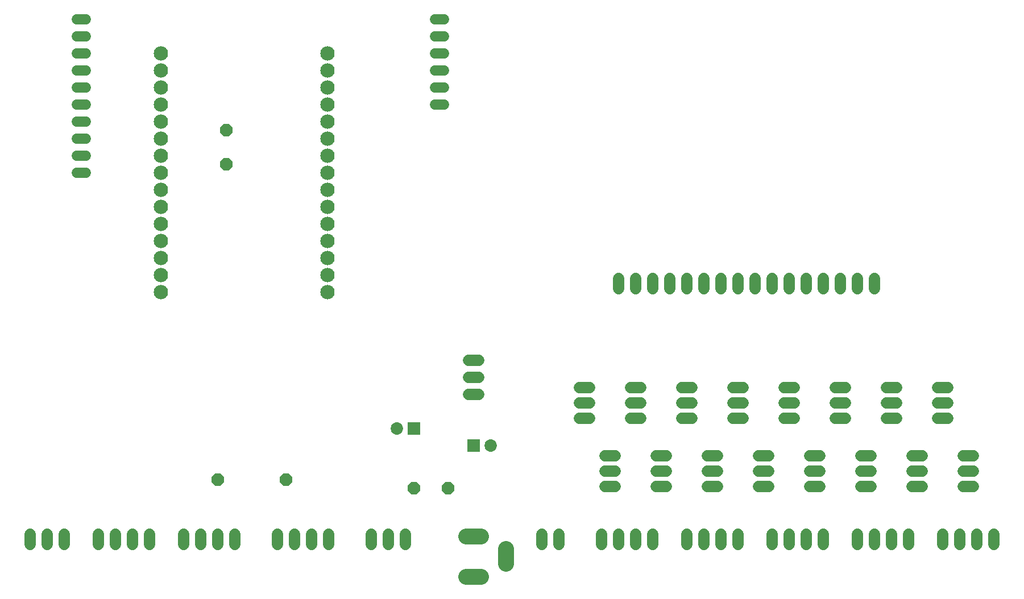
<source format=gbr>
G04 EAGLE Gerber RS-274X export*
G75*
%MOMM*%
%FSLAX34Y34*%
%LPD*%
%INSoldermask Top*%
%IPPOS*%
%AMOC8*
5,1,8,0,0,1.08239X$1,22.5*%
G01*
%ADD10C,1.727200*%
%ADD11C,1.524000*%
%ADD12C,2.133600*%
%ADD13C,2.387600*%
%ADD14R,1.854200X1.854200*%
%ADD15C,1.854200*%
%ADD16P,1.951982X8X202.500000*%
%ADD17P,1.951982X8X22.500000*%
%ADD18P,1.951982X8X292.500000*%


D10*
X744220Y368300D02*
X728980Y368300D01*
X728980Y393700D02*
X744220Y393700D01*
X744220Y419100D02*
X728980Y419100D01*
X1130300Y160020D02*
X1130300Y144780D01*
X1104900Y144780D02*
X1104900Y160020D01*
X1079500Y160020D02*
X1079500Y144780D01*
X1054100Y144780D02*
X1054100Y160020D01*
X1003300Y160020D02*
X1003300Y144780D01*
X977900Y144780D02*
X977900Y160020D01*
X952500Y160020D02*
X952500Y144780D01*
X927100Y144780D02*
X927100Y160020D01*
X863600Y160020D02*
X863600Y144780D01*
X838200Y144780D02*
X838200Y160020D01*
X635000Y160020D02*
X635000Y144780D01*
X609600Y144780D02*
X609600Y160020D01*
X584200Y160020D02*
X584200Y144780D01*
X127000Y144780D02*
X127000Y160020D01*
X101600Y160020D02*
X101600Y144780D01*
X76200Y144780D02*
X76200Y160020D01*
X381000Y160020D02*
X381000Y144780D01*
X355600Y144780D02*
X355600Y160020D01*
X330200Y160020D02*
X330200Y144780D01*
X304800Y144780D02*
X304800Y160020D01*
X254000Y160020D02*
X254000Y144780D01*
X228600Y144780D02*
X228600Y160020D01*
X203200Y160020D02*
X203200Y144780D01*
X177800Y144780D02*
X177800Y160020D01*
X520700Y160020D02*
X520700Y144780D01*
X495300Y144780D02*
X495300Y160020D01*
X469900Y160020D02*
X469900Y144780D01*
X444500Y144780D02*
X444500Y160020D01*
X1511300Y160020D02*
X1511300Y144780D01*
X1485900Y144780D02*
X1485900Y160020D01*
X1460500Y160020D02*
X1460500Y144780D01*
X1435100Y144780D02*
X1435100Y160020D01*
X1384300Y160020D02*
X1384300Y144780D01*
X1358900Y144780D02*
X1358900Y160020D01*
X1333500Y160020D02*
X1333500Y144780D01*
X1308100Y144780D02*
X1308100Y160020D01*
X1257300Y160020D02*
X1257300Y144780D01*
X1231900Y144780D02*
X1231900Y160020D01*
X1206500Y160020D02*
X1206500Y144780D01*
X1181100Y144780D02*
X1181100Y160020D01*
X952500Y525780D02*
X952500Y541020D01*
X977900Y541020D02*
X977900Y525780D01*
X1003300Y525780D02*
X1003300Y541020D01*
X1028700Y541020D02*
X1028700Y525780D01*
X1054100Y525780D02*
X1054100Y541020D01*
X1079500Y541020D02*
X1079500Y525780D01*
X1104900Y525780D02*
X1104900Y541020D01*
X1130300Y541020D02*
X1130300Y525780D01*
X1155700Y525780D02*
X1155700Y541020D01*
X1181100Y541020D02*
X1181100Y525780D01*
X1206500Y525780D02*
X1206500Y541020D01*
X1231900Y541020D02*
X1231900Y525780D01*
X1257300Y525780D02*
X1257300Y541020D01*
X1282700Y541020D02*
X1282700Y525780D01*
X1308100Y525780D02*
X1308100Y541020D01*
X1333500Y541020D02*
X1333500Y525780D01*
X1465580Y231140D02*
X1480820Y231140D01*
X1480820Y254000D02*
X1465580Y254000D01*
X1465580Y276860D02*
X1480820Y276860D01*
X1137920Y332740D02*
X1122680Y332740D01*
X1122680Y355600D02*
X1137920Y355600D01*
X1137920Y378460D02*
X1122680Y378460D01*
X1099820Y231140D02*
X1084580Y231140D01*
X1084580Y254000D02*
X1099820Y254000D01*
X1099820Y276860D02*
X1084580Y276860D01*
X1061720Y332740D02*
X1046480Y332740D01*
X1046480Y355600D02*
X1061720Y355600D01*
X1061720Y378460D02*
X1046480Y378460D01*
X1023620Y231140D02*
X1008380Y231140D01*
X1008380Y254000D02*
X1023620Y254000D01*
X1023620Y276860D02*
X1008380Y276860D01*
X985520Y332740D02*
X970280Y332740D01*
X970280Y355600D02*
X985520Y355600D01*
X985520Y378460D02*
X970280Y378460D01*
X947420Y231140D02*
X932180Y231140D01*
X932180Y254000D02*
X947420Y254000D01*
X947420Y276860D02*
X932180Y276860D01*
X909320Y332740D02*
X894080Y332740D01*
X894080Y355600D02*
X909320Y355600D01*
X909320Y378460D02*
X894080Y378460D01*
X1427480Y332740D02*
X1442720Y332740D01*
X1442720Y355600D02*
X1427480Y355600D01*
X1427480Y378460D02*
X1442720Y378460D01*
X1404620Y231140D02*
X1389380Y231140D01*
X1389380Y254000D02*
X1404620Y254000D01*
X1404620Y276860D02*
X1389380Y276860D01*
X1366520Y332740D02*
X1351280Y332740D01*
X1351280Y355600D02*
X1366520Y355600D01*
X1366520Y378460D02*
X1351280Y378460D01*
X1328420Y231140D02*
X1313180Y231140D01*
X1313180Y254000D02*
X1328420Y254000D01*
X1328420Y276860D02*
X1313180Y276860D01*
X1290320Y332740D02*
X1275080Y332740D01*
X1275080Y355600D02*
X1290320Y355600D01*
X1290320Y378460D02*
X1275080Y378460D01*
X1252220Y231140D02*
X1236980Y231140D01*
X1236980Y254000D02*
X1252220Y254000D01*
X1252220Y276860D02*
X1236980Y276860D01*
X1214120Y332740D02*
X1198880Y332740D01*
X1198880Y355600D02*
X1214120Y355600D01*
X1214120Y378460D02*
X1198880Y378460D01*
X1176020Y231140D02*
X1160780Y231140D01*
X1160780Y254000D02*
X1176020Y254000D01*
X1176020Y276860D02*
X1160780Y276860D01*
D11*
X692404Y927100D02*
X679196Y927100D01*
X679196Y901700D02*
X692404Y901700D01*
X692404Y876300D02*
X679196Y876300D01*
X679196Y850900D02*
X692404Y850900D01*
X692404Y825500D02*
X679196Y825500D01*
X679196Y800100D02*
X692404Y800100D01*
X159004Y698500D02*
X145796Y698500D01*
X145796Y723900D02*
X159004Y723900D01*
X159004Y749300D02*
X145796Y749300D01*
X145796Y774700D02*
X159004Y774700D01*
X159004Y800100D02*
X145796Y800100D01*
X145796Y825500D02*
X159004Y825500D01*
X159004Y850900D02*
X145796Y850900D01*
X145796Y876300D02*
X159004Y876300D01*
X159004Y901700D02*
X145796Y901700D01*
X145796Y927100D02*
X159004Y927100D01*
D12*
X271000Y876400D03*
X271000Y851000D03*
X271000Y825600D03*
X271000Y800200D03*
X271000Y774800D03*
X271000Y749400D03*
X271000Y724000D03*
X271000Y698600D03*
X271000Y673200D03*
X271000Y647800D03*
X271000Y622400D03*
X271000Y597000D03*
X271000Y571600D03*
X271000Y546200D03*
X271000Y520800D03*
X518700Y876400D03*
X518700Y851000D03*
X518700Y825600D03*
X518700Y800200D03*
X518700Y774800D03*
X518700Y749400D03*
X518700Y724000D03*
X518700Y698600D03*
X518700Y673200D03*
X518700Y647800D03*
X518700Y622400D03*
X518700Y597000D03*
X518700Y571600D03*
X518700Y546200D03*
X518700Y520800D03*
D13*
X784600Y137922D02*
X784600Y116078D01*
X747522Y97000D02*
X725678Y97000D01*
X725678Y157000D02*
X747522Y157000D01*
D14*
X647500Y317500D03*
D15*
X622500Y317500D03*
X761800Y292100D03*
D14*
X736800Y292100D03*
D16*
X698500Y228600D03*
X647700Y228600D03*
D17*
X355600Y241300D03*
X457200Y241300D03*
D18*
X368300Y762000D03*
X368300Y711200D03*
M02*

</source>
